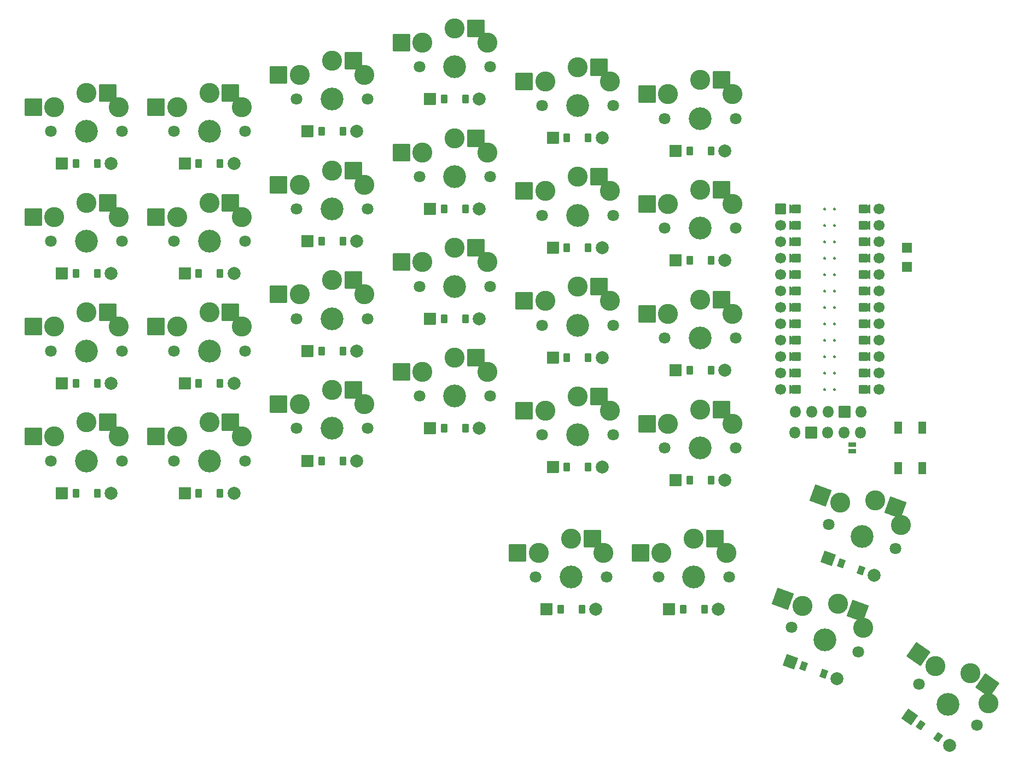
<source format=gbr>
%TF.GenerationSoftware,KiCad,Pcbnew,(6.0.9-0)*%
%TF.CreationDate,2023-01-10T21:03:57-06:00*%
%TF.ProjectId,board,626f6172-642e-46b6-9963-61645f706362,v1.0.0*%
%TF.SameCoordinates,Original*%
%TF.FileFunction,Soldermask,Top*%
%TF.FilePolarity,Negative*%
%FSLAX46Y46*%
G04 Gerber Fmt 4.6, Leading zero omitted, Abs format (unit mm)*
G04 Created by KiCad (PCBNEW (6.0.9-0)) date 2023-01-10 21:03:57*
%MOMM*%
%LPD*%
G01*
G04 APERTURE LIST*
G04 Aperture macros list*
%AMRoundRect*
0 Rectangle with rounded corners*
0 $1 Rounding radius*
0 $2 $3 $4 $5 $6 $7 $8 $9 X,Y pos of 4 corners*
0 Add a 4 corners polygon primitive as box body*
4,1,4,$2,$3,$4,$5,$6,$7,$8,$9,$2,$3,0*
0 Add four circle primitives for the rounded corners*
1,1,$1+$1,$2,$3*
1,1,$1+$1,$4,$5*
1,1,$1+$1,$6,$7*
1,1,$1+$1,$8,$9*
0 Add four rect primitives between the rounded corners*
20,1,$1+$1,$2,$3,$4,$5,0*
20,1,$1+$1,$4,$5,$6,$7,0*
20,1,$1+$1,$6,$7,$8,$9,0*
20,1,$1+$1,$8,$9,$2,$3,0*%
%AMFreePoly0*
4,1,14,0.635355,0.435355,0.650000,0.400000,0.650000,0.200000,0.635355,0.164645,0.035355,-0.435355,0.000000,-0.450000,-0.035355,-0.435355,-0.635355,0.164645,-0.650000,0.200000,-0.650000,0.400000,-0.635355,0.435355,-0.600000,0.450000,0.600000,0.450000,0.635355,0.435355,0.635355,0.435355,$1*%
%AMFreePoly1*
4,1,16,0.635355,1.035355,0.650000,1.000000,0.650000,-0.250000,0.635355,-0.285355,0.600000,-0.300000,-0.600000,-0.300000,-0.635355,-0.285355,-0.650000,-0.250000,-0.650000,1.000000,-0.635355,1.035355,-0.600000,1.050000,-0.564645,1.035355,0.000000,0.470710,0.564645,1.035355,0.600000,1.050000,0.635355,1.035355,0.635355,1.035355,$1*%
G04 Aperture macros list end*
%ADD10C,0.250000*%
%ADD11C,0.100000*%
%ADD12C,3.529000*%
%ADD13C,1.801800*%
%ADD14C,3.100000*%
%ADD15RoundRect,0.050000X-1.300000X-1.300000X1.300000X-1.300000X1.300000X1.300000X-1.300000X1.300000X0*%
%ADD16RoundRect,0.050000X-1.666227X-0.776974X0.776974X-1.666227X1.666227X0.776974X-0.776974X1.666227X0*%
%ADD17RoundRect,0.050000X-1.810547X-0.319248X0.319248X-1.810547X1.810547X0.319248X-0.319248X1.810547X0*%
%ADD18RoundRect,0.050000X-0.450000X-0.600000X0.450000X-0.600000X0.450000X0.600000X-0.450000X0.600000X0*%
%ADD19RoundRect,0.050000X-0.889000X-0.889000X0.889000X-0.889000X0.889000X0.889000X-0.889000X0.889000X0*%
%ADD20C,2.005000*%
%ADD21RoundRect,0.050000X-0.628074X-0.409907X0.217650X-0.717725X0.628074X0.409907X-0.217650X0.717725X0*%
%ADD22RoundRect,0.050000X-1.139443X-0.531331X0.531331X-1.139443X1.139443X0.531331X-0.531331X1.139443X0*%
%ADD23RoundRect,0.050000X-0.712764X-0.233382X0.024473X-0.749601X0.712764X0.233382X-0.024473X0.749601X0*%
%ADD24RoundRect,0.050000X-1.238136X-0.218317X0.218317X-1.238136X1.238136X0.218317X-0.218317X1.238136X0*%
%ADD25C,1.700000*%
%ADD26FreePoly0,90.000000*%
%ADD27FreePoly1,90.000000*%
%ADD28RoundRect,0.050000X-0.800000X0.800000X-0.800000X-0.800000X0.800000X-0.800000X0.800000X0.800000X0*%
%ADD29FreePoly1,270.000000*%
%ADD30FreePoly0,270.000000*%
%ADD31O,1.800000X1.800000*%
%ADD32RoundRect,0.050000X-0.850000X-0.850000X0.850000X-0.850000X0.850000X0.850000X-0.850000X0.850000X0*%
%ADD33RoundRect,0.050000X0.850000X0.850000X-0.850000X0.850000X-0.850000X-0.850000X0.850000X-0.850000X0*%
%ADD34RoundRect,0.050000X-0.750000X-0.750000X0.750000X-0.750000X0.750000X0.750000X-0.750000X0.750000X0*%
%ADD35RoundRect,0.050000X-0.571500X0.317500X-0.571500X-0.317500X0.571500X-0.317500X0.571500X0.317500X0*%
%ADD36RoundRect,0.050000X-0.550000X0.900000X-0.550000X-0.900000X0.550000X-0.900000X0.550000X0.900000X0*%
G04 APERTURE END LIST*
D10*
%TO.C,MCU1*%
X139128000Y-72020001D02*
G75*
G03*
X139128000Y-72020001I-125000J0D01*
G01*
X140652000Y-72020001D02*
G75*
G03*
X140652000Y-72020001I-125000J0D01*
G01*
X139128000Y-69480001D02*
G75*
G03*
X139128000Y-69480001I-125000J0D01*
G01*
X140652000Y-69480001D02*
G75*
G03*
X140652000Y-69480001I-125000J0D01*
G01*
X139128000Y-66940001D02*
G75*
G03*
X139128000Y-66940001I-125000J0D01*
G01*
X140652000Y-66940001D02*
G75*
G03*
X140652000Y-66940001I-125000J0D01*
G01*
X139128000Y-64400001D02*
G75*
G03*
X139128000Y-64400001I-125000J0D01*
G01*
X140652000Y-64400001D02*
G75*
G03*
X140652000Y-64400001I-125000J0D01*
G01*
X139128000Y-61860001D02*
G75*
G03*
X139128000Y-61860001I-125000J0D01*
G01*
X140652000Y-61860001D02*
G75*
G03*
X140652000Y-61860001I-125000J0D01*
G01*
X139128000Y-59320001D02*
G75*
G03*
X139128000Y-59320001I-125000J0D01*
G01*
X140652000Y-59320001D02*
G75*
G03*
X140652000Y-59320001I-125000J0D01*
G01*
X139128000Y-56780001D02*
G75*
G03*
X139128000Y-56780001I-125000J0D01*
G01*
X140652000Y-56780001D02*
G75*
G03*
X140652000Y-56780001I-125000J0D01*
G01*
X139128000Y-54240001D02*
G75*
G03*
X139128000Y-54240001I-125000J0D01*
G01*
X140652000Y-54240001D02*
G75*
G03*
X140652000Y-54240001I-125000J0D01*
G01*
X139128000Y-51700001D02*
G75*
G03*
X139128000Y-51700001I-125000J0D01*
G01*
X140652000Y-51700001D02*
G75*
G03*
X140652000Y-51700001I-125000J0D01*
G01*
X139128000Y-49160001D02*
G75*
G03*
X139128000Y-49160001I-125000J0D01*
G01*
X140652000Y-49160001D02*
G75*
G03*
X140652000Y-49160001I-125000J0D01*
G01*
X140652000Y-46620001D02*
G75*
G03*
X140652000Y-46620001I-125000J0D01*
G01*
X139128000Y-46620001D02*
G75*
G03*
X139128000Y-46620001I-125000J0D01*
G01*
X139128000Y-44080001D02*
G75*
G03*
X139128000Y-44080001I-125000J0D01*
G01*
X140652000Y-44080001D02*
G75*
G03*
X140652000Y-44080001I-125000J0D01*
G01*
G36*
X145861000Y-44588001D02*
G01*
X144845000Y-44588001D01*
X144845000Y-43572001D01*
X145861000Y-43572001D01*
X145861000Y-44588001D01*
G37*
D11*
X145861000Y-44588001D02*
X144845000Y-44588001D01*
X144845000Y-43572001D01*
X145861000Y-43572001D01*
X145861000Y-44588001D01*
G36*
X145861000Y-59828001D02*
G01*
X144845000Y-59828001D01*
X144845000Y-58812001D01*
X145861000Y-58812001D01*
X145861000Y-59828001D01*
G37*
X145861000Y-59828001D02*
X144845000Y-59828001D01*
X144845000Y-58812001D01*
X145861000Y-58812001D01*
X145861000Y-59828001D01*
G36*
X145861000Y-47128001D02*
G01*
X144845000Y-47128001D01*
X144845000Y-46112001D01*
X145861000Y-46112001D01*
X145861000Y-47128001D01*
G37*
X145861000Y-47128001D02*
X144845000Y-47128001D01*
X144845000Y-46112001D01*
X145861000Y-46112001D01*
X145861000Y-47128001D01*
G36*
X145861000Y-49668001D02*
G01*
X144845000Y-49668001D01*
X144845000Y-48652001D01*
X145861000Y-48652001D01*
X145861000Y-49668001D01*
G37*
X145861000Y-49668001D02*
X144845000Y-49668001D01*
X144845000Y-48652001D01*
X145861000Y-48652001D01*
X145861000Y-49668001D01*
G36*
X145861000Y-54748001D02*
G01*
X144845000Y-54748001D01*
X144845000Y-53732001D01*
X145861000Y-53732001D01*
X145861000Y-54748001D01*
G37*
X145861000Y-54748001D02*
X144845000Y-54748001D01*
X144845000Y-53732001D01*
X145861000Y-53732001D01*
X145861000Y-54748001D01*
G36*
X145861000Y-57288001D02*
G01*
X144845000Y-57288001D01*
X144845000Y-56272001D01*
X145861000Y-56272001D01*
X145861000Y-57288001D01*
G37*
X145861000Y-57288001D02*
X144845000Y-57288001D01*
X144845000Y-56272001D01*
X145861000Y-56272001D01*
X145861000Y-57288001D01*
G36*
X145861000Y-64908001D02*
G01*
X144845000Y-64908001D01*
X144845000Y-63892001D01*
X145861000Y-63892001D01*
X145861000Y-64908001D01*
G37*
X145861000Y-64908001D02*
X144845000Y-64908001D01*
X144845000Y-63892001D01*
X145861000Y-63892001D01*
X145861000Y-64908001D01*
G36*
X145861000Y-69988001D02*
G01*
X144845000Y-69988001D01*
X144845000Y-68972001D01*
X145861000Y-68972001D01*
X145861000Y-69988001D01*
G37*
X145861000Y-69988001D02*
X144845000Y-69988001D01*
X144845000Y-68972001D01*
X145861000Y-68972001D01*
X145861000Y-69988001D01*
G36*
X145861000Y-52208001D02*
G01*
X144845000Y-52208001D01*
X144845000Y-51192001D01*
X145861000Y-51192001D01*
X145861000Y-52208001D01*
G37*
X145861000Y-52208001D02*
X144845000Y-52208001D01*
X144845000Y-51192001D01*
X145861000Y-51192001D01*
X145861000Y-52208001D01*
G36*
X145861000Y-62368001D02*
G01*
X144845000Y-62368001D01*
X144845000Y-61352001D01*
X145861000Y-61352001D01*
X145861000Y-62368001D01*
G37*
X145861000Y-62368001D02*
X144845000Y-62368001D01*
X144845000Y-61352001D01*
X145861000Y-61352001D01*
X145861000Y-62368001D01*
G36*
X145861000Y-67448001D02*
G01*
X144845000Y-67448001D01*
X144845000Y-66432001D01*
X145861000Y-66432001D01*
X145861000Y-67448001D01*
G37*
X145861000Y-67448001D02*
X144845000Y-67448001D01*
X144845000Y-66432001D01*
X145861000Y-66432001D01*
X145861000Y-67448001D01*
G36*
X145861000Y-72528001D02*
G01*
X144845000Y-72528001D01*
X144845000Y-71512001D01*
X145861000Y-71512001D01*
X145861000Y-72528001D01*
G37*
X145861000Y-72528001D02*
X144845000Y-72528001D01*
X144845000Y-71512001D01*
X145861000Y-71512001D01*
X145861000Y-72528001D01*
G36*
X134685000Y-72528001D02*
G01*
X133669000Y-72528001D01*
X133669000Y-71512001D01*
X134685000Y-71512001D01*
X134685000Y-72528001D01*
G37*
X134685000Y-72528001D02*
X133669000Y-72528001D01*
X133669000Y-71512001D01*
X134685000Y-71512001D01*
X134685000Y-72528001D01*
G36*
X134685000Y-69988001D02*
G01*
X133669000Y-69988001D01*
X133669000Y-68972001D01*
X134685000Y-68972001D01*
X134685000Y-69988001D01*
G37*
X134685000Y-69988001D02*
X133669000Y-69988001D01*
X133669000Y-68972001D01*
X134685000Y-68972001D01*
X134685000Y-69988001D01*
G36*
X134685000Y-67448001D02*
G01*
X133669000Y-67448001D01*
X133669000Y-66432001D01*
X134685000Y-66432001D01*
X134685000Y-67448001D01*
G37*
X134685000Y-67448001D02*
X133669000Y-67448001D01*
X133669000Y-66432001D01*
X134685000Y-66432001D01*
X134685000Y-67448001D01*
G36*
X134685000Y-64908001D02*
G01*
X133669000Y-64908001D01*
X133669000Y-63892001D01*
X134685000Y-63892001D01*
X134685000Y-64908001D01*
G37*
X134685000Y-64908001D02*
X133669000Y-64908001D01*
X133669000Y-63892001D01*
X134685000Y-63892001D01*
X134685000Y-64908001D01*
G36*
X134685000Y-62368001D02*
G01*
X133669000Y-62368001D01*
X133669000Y-61352001D01*
X134685000Y-61352001D01*
X134685000Y-62368001D01*
G37*
X134685000Y-62368001D02*
X133669000Y-62368001D01*
X133669000Y-61352001D01*
X134685000Y-61352001D01*
X134685000Y-62368001D01*
G36*
X134685000Y-59828001D02*
G01*
X133669000Y-59828001D01*
X133669000Y-58812001D01*
X134685000Y-58812001D01*
X134685000Y-59828001D01*
G37*
X134685000Y-59828001D02*
X133669000Y-59828001D01*
X133669000Y-58812001D01*
X134685000Y-58812001D01*
X134685000Y-59828001D01*
G36*
X134685000Y-57288001D02*
G01*
X133669000Y-57288001D01*
X133669000Y-56272001D01*
X134685000Y-56272001D01*
X134685000Y-57288001D01*
G37*
X134685000Y-57288001D02*
X133669000Y-57288001D01*
X133669000Y-56272001D01*
X134685000Y-56272001D01*
X134685000Y-57288001D01*
G36*
X134685000Y-54748001D02*
G01*
X133669000Y-54748001D01*
X133669000Y-53732001D01*
X134685000Y-53732001D01*
X134685000Y-54748001D01*
G37*
X134685000Y-54748001D02*
X133669000Y-54748001D01*
X133669000Y-53732001D01*
X134685000Y-53732001D01*
X134685000Y-54748001D01*
G36*
X134685000Y-52208001D02*
G01*
X133669000Y-52208001D01*
X133669000Y-51192001D01*
X134685000Y-51192001D01*
X134685000Y-52208001D01*
G37*
X134685000Y-52208001D02*
X133669000Y-52208001D01*
X133669000Y-51192001D01*
X134685000Y-51192001D01*
X134685000Y-52208001D01*
G36*
X134685000Y-49668001D02*
G01*
X133669000Y-49668001D01*
X133669000Y-48652001D01*
X134685000Y-48652001D01*
X134685000Y-49668001D01*
G37*
X134685000Y-49668001D02*
X133669000Y-49668001D01*
X133669000Y-48652001D01*
X134685000Y-48652001D01*
X134685000Y-49668001D01*
G36*
X134685000Y-47128001D02*
G01*
X133669000Y-47128001D01*
X133669000Y-46112001D01*
X134685000Y-46112001D01*
X134685000Y-47128001D01*
G37*
X134685000Y-47128001D02*
X133669000Y-47128001D01*
X133669000Y-46112001D01*
X134685000Y-46112001D01*
X134685000Y-47128001D01*
G36*
X134685000Y-44588001D02*
G01*
X133669000Y-44588001D01*
X133669000Y-43572001D01*
X134685000Y-43572001D01*
X134685000Y-44588001D01*
G37*
X134685000Y-44588001D02*
X133669000Y-44588001D01*
X133669000Y-43572001D01*
X134685000Y-43572001D01*
X134685000Y-44588001D01*
%TD*%
D12*
%TO.C,S1*%
X24765001Y-83050001D03*
D13*
X30265001Y-83050001D03*
X19265001Y-83050001D03*
D14*
X29765001Y-79300001D03*
X24765001Y-77100001D03*
X19765001Y-79300001D03*
X24765001Y-77100001D03*
D15*
X28040001Y-77100001D03*
X16490001Y-79300001D03*
%TD*%
D12*
%TO.C,S2*%
X24765001Y-66050001D03*
D13*
X30265001Y-66050001D03*
X19265001Y-66050001D03*
D14*
X29765001Y-62300001D03*
X24765001Y-60100001D03*
X19765001Y-62300001D03*
X24765001Y-60100001D03*
D15*
X28040001Y-60100001D03*
X16490001Y-62300001D03*
%TD*%
D12*
%TO.C,S3*%
X24765000Y-49050001D03*
D13*
X30265000Y-49050001D03*
X19265000Y-49050001D03*
D14*
X29765000Y-45300001D03*
X24765000Y-43100001D03*
X19765000Y-45300001D03*
X24765000Y-43100001D03*
D15*
X28040000Y-43100001D03*
X16490000Y-45300001D03*
%TD*%
D12*
%TO.C,S4*%
X24765000Y-32050001D03*
D13*
X30265000Y-32050001D03*
X19265000Y-32050001D03*
D14*
X29765000Y-28300001D03*
X24765000Y-26100001D03*
X19765000Y-28300001D03*
X24765000Y-26100001D03*
D15*
X28040000Y-26100001D03*
X16490000Y-28300001D03*
%TD*%
D12*
%TO.C,S5*%
X43765000Y-83050001D03*
D13*
X49265000Y-83050001D03*
X38265000Y-83050001D03*
D14*
X48765000Y-79300001D03*
X43765000Y-77100001D03*
X38765000Y-79300001D03*
X43765000Y-77100001D03*
D15*
X47040000Y-77100001D03*
X35490000Y-79300001D03*
%TD*%
D12*
%TO.C,S6*%
X43765001Y-66050001D03*
D13*
X49265001Y-66050001D03*
X38265001Y-66050001D03*
D14*
X48765001Y-62300001D03*
X43765001Y-60100001D03*
X38765001Y-62300001D03*
X43765001Y-60100001D03*
D15*
X47040001Y-60100001D03*
X35490001Y-62300001D03*
%TD*%
D12*
%TO.C,S7*%
X43765000Y-49050002D03*
D13*
X49265000Y-49050002D03*
X38265000Y-49050002D03*
D14*
X48765000Y-45300002D03*
X43765000Y-43100002D03*
X38765000Y-45300002D03*
X43765000Y-43100002D03*
D15*
X47040000Y-43100002D03*
X35490000Y-45300002D03*
%TD*%
D12*
%TO.C,S8*%
X43765000Y-32050002D03*
D13*
X49265000Y-32050002D03*
X38265000Y-32050002D03*
D14*
X48765000Y-28300002D03*
X43765000Y-26100002D03*
X38765000Y-28300002D03*
X43765000Y-26100002D03*
D15*
X47040000Y-26100002D03*
X35490000Y-28300002D03*
%TD*%
D12*
%TO.C,S9*%
X62765000Y-78050001D03*
D13*
X68265000Y-78050001D03*
X57265000Y-78050001D03*
D14*
X67765000Y-74300001D03*
X62765000Y-72100001D03*
X57765000Y-74300001D03*
X62765000Y-72100001D03*
D15*
X66040000Y-72100001D03*
X54490000Y-74300001D03*
%TD*%
D12*
%TO.C,S10*%
X62765000Y-61050000D03*
D13*
X68265000Y-61050000D03*
X57265000Y-61050000D03*
D14*
X67765000Y-57300000D03*
X62765000Y-55100000D03*
X57765000Y-57300000D03*
X62765000Y-55100000D03*
D15*
X66040000Y-55100000D03*
X54490000Y-57300000D03*
%TD*%
D12*
%TO.C,S11*%
X62765000Y-44050000D03*
D13*
X68265000Y-44050000D03*
X57265000Y-44050000D03*
D14*
X67765000Y-40300000D03*
X62765000Y-38100000D03*
X57765000Y-40300000D03*
X62765000Y-38100000D03*
D15*
X66040000Y-38100000D03*
X54490000Y-40300000D03*
%TD*%
D12*
%TO.C,S12*%
X62765000Y-27050001D03*
D13*
X68265000Y-27050001D03*
X57265000Y-27050001D03*
D14*
X67765000Y-23300001D03*
X62765000Y-21100001D03*
X57765000Y-23300001D03*
X62765000Y-21100001D03*
D15*
X66040000Y-21100001D03*
X54490000Y-23300001D03*
%TD*%
D12*
%TO.C,S13*%
X81765001Y-73050001D03*
D13*
X87265001Y-73050001D03*
X76265001Y-73050001D03*
D14*
X86765001Y-69300001D03*
X81765001Y-67100001D03*
X76765001Y-69300001D03*
X81765001Y-67100001D03*
D15*
X85040001Y-67100001D03*
X73490001Y-69300001D03*
%TD*%
D12*
%TO.C,S14*%
X81765000Y-56050001D03*
D13*
X87265000Y-56050001D03*
X76265000Y-56050001D03*
D14*
X86765000Y-52300001D03*
X81765000Y-50100001D03*
X76765000Y-52300001D03*
X81765000Y-50100001D03*
D15*
X85040000Y-50100001D03*
X73490000Y-52300001D03*
%TD*%
D12*
%TO.C,S15*%
X81765000Y-39050001D03*
D13*
X87265000Y-39050001D03*
X76265000Y-39050001D03*
D14*
X86765000Y-35300001D03*
X81765000Y-33100001D03*
X76765000Y-35300001D03*
X81765000Y-33100001D03*
D15*
X85040000Y-33100001D03*
X73490000Y-35300001D03*
%TD*%
D12*
%TO.C,S16*%
X81764999Y-22050001D03*
D13*
X87264999Y-22050001D03*
X76264999Y-22050001D03*
D14*
X86764999Y-18300001D03*
X81764999Y-16100001D03*
X76764999Y-18300001D03*
X81764999Y-16100001D03*
D15*
X85039999Y-16100001D03*
X73489999Y-18300001D03*
%TD*%
D12*
%TO.C,S17*%
X100765000Y-79050000D03*
D13*
X106265000Y-79050000D03*
X95265000Y-79050000D03*
D14*
X105765000Y-75300000D03*
X100765000Y-73100000D03*
X95765000Y-75300000D03*
X100765000Y-73100000D03*
D15*
X104040000Y-73100000D03*
X92490000Y-75300000D03*
%TD*%
D12*
%TO.C,S18*%
X100765001Y-62050000D03*
D13*
X106265001Y-62050000D03*
X95265001Y-62050000D03*
D14*
X105765001Y-58300000D03*
X100765001Y-56100000D03*
X95765001Y-58300000D03*
X100765001Y-56100000D03*
D15*
X104040001Y-56100000D03*
X92490001Y-58300000D03*
%TD*%
D12*
%TO.C,S19*%
X100765000Y-45050000D03*
D13*
X106265000Y-45050000D03*
X95265000Y-45050000D03*
D14*
X105765000Y-41300000D03*
X100765000Y-39100000D03*
X95765000Y-41300000D03*
X100765000Y-39100000D03*
D15*
X104040000Y-39100000D03*
X92490000Y-41300000D03*
%TD*%
D12*
%TO.C,S20*%
X100765000Y-28050001D03*
D13*
X106265000Y-28050001D03*
X95265000Y-28050001D03*
D14*
X105765000Y-24300001D03*
X100765000Y-22100001D03*
X95765000Y-24300001D03*
X100765000Y-22100001D03*
D15*
X104040000Y-22100001D03*
X92490000Y-24300001D03*
%TD*%
D12*
%TO.C,S21*%
X119765001Y-81050001D03*
D13*
X125265001Y-81050001D03*
X114265001Y-81050001D03*
D14*
X124765001Y-77300001D03*
X119765001Y-75100001D03*
X114765001Y-77300001D03*
X119765001Y-75100001D03*
D15*
X123040001Y-75100001D03*
X111490001Y-77300001D03*
%TD*%
D12*
%TO.C,S22*%
X119765000Y-64050002D03*
D13*
X125265000Y-64050002D03*
X114265000Y-64050002D03*
D14*
X124765000Y-60300002D03*
X119765000Y-58100002D03*
X114765000Y-60300002D03*
X119765000Y-58100002D03*
D15*
X123040000Y-58100002D03*
X111490000Y-60300002D03*
%TD*%
D12*
%TO.C,S23*%
X119764999Y-47050001D03*
D13*
X125264999Y-47050001D03*
X114264999Y-47050001D03*
D14*
X124764999Y-43300001D03*
X119764999Y-41100001D03*
X114764999Y-43300001D03*
X119764999Y-41100001D03*
D15*
X123039999Y-41100001D03*
X111489999Y-43300001D03*
%TD*%
D12*
%TO.C,S24*%
X119765001Y-30050000D03*
D13*
X125265001Y-30050000D03*
X114265001Y-30050000D03*
D14*
X124765001Y-26300000D03*
X119765001Y-24100000D03*
X114765001Y-26300000D03*
X119765001Y-24100000D03*
D15*
X123040001Y-24100000D03*
X111490001Y-26300000D03*
%TD*%
D12*
%TO.C,S25*%
X99765000Y-101050001D03*
D13*
X105265000Y-101050001D03*
X94265000Y-101050001D03*
D14*
X104765000Y-97300001D03*
X99765000Y-95100001D03*
X94765000Y-97300001D03*
X99765000Y-95100001D03*
D15*
X103040000Y-95100001D03*
X91490000Y-97300001D03*
%TD*%
D12*
%TO.C,S26*%
X118765000Y-101050001D03*
D13*
X124265000Y-101050001D03*
X113265000Y-101050001D03*
D14*
X123765000Y-97300001D03*
X118765000Y-95100001D03*
X113765000Y-97300001D03*
X118765000Y-95100001D03*
D15*
X122040000Y-95100001D03*
X110490000Y-97300001D03*
%TD*%
D12*
%TO.C,S27*%
X139010434Y-110747180D03*
D13*
X144178743Y-112628291D03*
X133842125Y-108866069D03*
D14*
X144991473Y-108933433D03*
X141045454Y-105156009D03*
X135594546Y-105513232D03*
X141045454Y-105156009D03*
D16*
X144122947Y-106276125D03*
X132517053Y-104393116D03*
%TD*%
D12*
%TO.C,S28*%
X144824776Y-94772405D03*
D13*
X149993085Y-96653516D03*
X139656467Y-92891294D03*
D14*
X150805815Y-92958658D03*
X146859796Y-89181234D03*
X141408888Y-89538457D03*
X146859796Y-89181234D03*
D16*
X149937289Y-90301350D03*
X138331395Y-88418341D03*
%TD*%
D12*
%TO.C,S29*%
X158116069Y-120803308D03*
D13*
X162621405Y-123957978D03*
X153610733Y-117648638D03*
D14*
X164362741Y-120599370D03*
X161528849Y-115929353D03*
X156171220Y-114863606D03*
X161528849Y-115929353D03*
D17*
X164211572Y-117807816D03*
X153488497Y-112985143D03*
%TD*%
D18*
%TO.C,D1*%
X23115000Y-88050001D03*
X26415000Y-88050001D03*
D19*
X20955000Y-88050001D03*
D20*
X28575000Y-88050001D03*
%TD*%
D18*
%TO.C,D2*%
X23115001Y-71050000D03*
X26415001Y-71050000D03*
D19*
X20955001Y-71050000D03*
D20*
X28575001Y-71050000D03*
%TD*%
D18*
%TO.C,D3*%
X23114999Y-54050001D03*
X26414999Y-54050001D03*
D19*
X20954999Y-54050001D03*
D20*
X28574999Y-54050001D03*
%TD*%
D18*
%TO.C,D4*%
X23115000Y-37050001D03*
X26415000Y-37050001D03*
D19*
X20955000Y-37050001D03*
D20*
X28575000Y-37050001D03*
%TD*%
D18*
%TO.C,D5*%
X42115001Y-88050001D03*
X45415001Y-88050001D03*
D19*
X39955001Y-88050001D03*
D20*
X47575001Y-88050001D03*
%TD*%
D18*
%TO.C,D6*%
X42115000Y-71050001D03*
X45415000Y-71050001D03*
D19*
X39955000Y-71050001D03*
D20*
X47575000Y-71050001D03*
%TD*%
D18*
%TO.C,D7*%
X42115000Y-54050000D03*
X45415000Y-54050000D03*
D19*
X39955000Y-54050000D03*
D20*
X47575000Y-54050000D03*
%TD*%
D18*
%TO.C,D8*%
X42115000Y-37050000D03*
X45415000Y-37050000D03*
D19*
X39955000Y-37050000D03*
D20*
X47575000Y-37050000D03*
%TD*%
D18*
%TO.C,D9*%
X61115000Y-83050002D03*
X64415000Y-83050002D03*
D19*
X58955000Y-83050002D03*
D20*
X66575000Y-83050002D03*
%TD*%
D18*
%TO.C,D10*%
X61115000Y-66050002D03*
X64415000Y-66050002D03*
D19*
X58955000Y-66050002D03*
D20*
X66575000Y-66050002D03*
%TD*%
D18*
%TO.C,D11*%
X61115000Y-49050002D03*
X64415000Y-49050002D03*
D19*
X58955000Y-49050002D03*
D20*
X66575000Y-49050002D03*
%TD*%
D18*
%TO.C,D12*%
X61115000Y-32050000D03*
X64415000Y-32050000D03*
D19*
X58955000Y-32050000D03*
D20*
X66575000Y-32050000D03*
%TD*%
D18*
%TO.C,D13*%
X80115000Y-78050000D03*
X83415000Y-78050000D03*
D19*
X77955000Y-78050000D03*
D20*
X85575000Y-78050000D03*
%TD*%
D18*
%TO.C,D14*%
X80114999Y-61050001D03*
X83414999Y-61050001D03*
D19*
X77954999Y-61050001D03*
D20*
X85574999Y-61050001D03*
%TD*%
D18*
%TO.C,D15*%
X80115001Y-44050000D03*
X83415001Y-44050000D03*
D19*
X77955001Y-44050000D03*
D20*
X85575001Y-44050000D03*
%TD*%
D18*
%TO.C,D16*%
X80115001Y-27050000D03*
X83415001Y-27050000D03*
D19*
X77955001Y-27050000D03*
D20*
X85575001Y-27050000D03*
%TD*%
D18*
%TO.C,D17*%
X99115000Y-84050000D03*
X102415000Y-84050000D03*
D19*
X96955000Y-84050000D03*
D20*
X104575000Y-84050000D03*
%TD*%
D18*
%TO.C,D18*%
X99115001Y-67050001D03*
X102415001Y-67050001D03*
D19*
X96955001Y-67050001D03*
D20*
X104575001Y-67050001D03*
%TD*%
D18*
%TO.C,D19*%
X99114999Y-50050001D03*
X102414999Y-50050001D03*
D19*
X96954999Y-50050001D03*
D20*
X104574999Y-50050001D03*
%TD*%
D18*
%TO.C,D20*%
X99115000Y-33050001D03*
X102415000Y-33050001D03*
D19*
X96955000Y-33050001D03*
D20*
X104575000Y-33050001D03*
%TD*%
D18*
%TO.C,D21*%
X118114999Y-86050002D03*
X121414999Y-86050002D03*
D19*
X115954999Y-86050002D03*
D20*
X123574999Y-86050002D03*
%TD*%
D18*
%TO.C,D22*%
X118115000Y-69050001D03*
X121415000Y-69050001D03*
D19*
X115955000Y-69050001D03*
D20*
X123575000Y-69050001D03*
%TD*%
D18*
%TO.C,D23*%
X118115000Y-52050000D03*
X121415000Y-52050000D03*
D19*
X115955000Y-52050000D03*
D20*
X123575000Y-52050000D03*
%TD*%
D18*
%TO.C,D24*%
X118115000Y-35050000D03*
X121415000Y-35050000D03*
D19*
X115955000Y-35050000D03*
D20*
X123575000Y-35050000D03*
%TD*%
D18*
%TO.C,D25*%
X98115000Y-106050000D03*
X101415000Y-106050000D03*
D19*
X95955000Y-106050000D03*
D20*
X103575000Y-106050000D03*
%TD*%
D18*
%TO.C,D26*%
X117115001Y-106050000D03*
X120415001Y-106050000D03*
D19*
X114955001Y-106050000D03*
D20*
X122575001Y-106050000D03*
%TD*%
D21*
%TO.C,D27*%
X135749840Y-114881311D03*
X138850826Y-116009977D03*
D22*
X133720104Y-114142547D03*
D20*
X140880562Y-116748741D03*
%TD*%
D21*
%TO.C,D28*%
X141564183Y-98906536D03*
X144665169Y-100035202D03*
D22*
X139534447Y-98167772D03*
D20*
X146694905Y-100773966D03*
%TD*%
D23*
%TO.C,D29*%
X153896586Y-123952667D03*
X156599788Y-125845469D03*
D24*
X152127218Y-122713742D03*
D20*
X158369156Y-127084394D03*
%TD*%
D25*
%TO.C,MCU1*%
X132145000Y-44080001D03*
X132145000Y-46620001D03*
X132145000Y-49160001D03*
X132145000Y-51700001D03*
X132145000Y-54240001D03*
X132145000Y-56780001D03*
X132145000Y-59320001D03*
X132145000Y-61860001D03*
X132145000Y-64400001D03*
X132145000Y-66940001D03*
X132145000Y-69480001D03*
X132145000Y-72020001D03*
X147385000Y-72020001D03*
X147385000Y-69480001D03*
X147385000Y-66940001D03*
X147385000Y-64400001D03*
X147385000Y-61860001D03*
X147385000Y-59320001D03*
X147385000Y-56780001D03*
X147385000Y-54240001D03*
X147385000Y-51700001D03*
X147385000Y-49160001D03*
X147385000Y-46620001D03*
X147385000Y-44080001D03*
D26*
X133923000Y-44080001D03*
D27*
X134939000Y-44080001D03*
D28*
X132145000Y-44080001D03*
D26*
X133923000Y-46620001D03*
D27*
X134939000Y-46620001D03*
D26*
X133923000Y-49160001D03*
D27*
X134939000Y-49160001D03*
D26*
X133923000Y-51700001D03*
D27*
X134939000Y-51700001D03*
D26*
X133923000Y-54240001D03*
D27*
X134939000Y-54240001D03*
D26*
X133923000Y-56780001D03*
D27*
X134939000Y-56780001D03*
D26*
X133923000Y-59320001D03*
D27*
X134939000Y-59320001D03*
D26*
X133923000Y-61860001D03*
D27*
X134939000Y-61860001D03*
D26*
X133923000Y-64400001D03*
D27*
X134939000Y-64400001D03*
D26*
X133923000Y-66940001D03*
D27*
X134939000Y-66940001D03*
D26*
X133923000Y-69480001D03*
D27*
X134939000Y-69480001D03*
D26*
X133923000Y-72020001D03*
D27*
X134939000Y-72020001D03*
D29*
X144591000Y-44080001D03*
X144591000Y-49160001D03*
D30*
X145607000Y-49160001D03*
X145607000Y-44080001D03*
D29*
X144591000Y-46620001D03*
X144591000Y-51700001D03*
D30*
X145607000Y-46620001D03*
X145607000Y-51700001D03*
D29*
X144591000Y-56780001D03*
X144591000Y-59320001D03*
D30*
X145607000Y-59320001D03*
D29*
X144591000Y-61860001D03*
X144591000Y-72020001D03*
D30*
X145607000Y-61860001D03*
X145607000Y-72020001D03*
D29*
X144591000Y-64400001D03*
D30*
X145607000Y-54240001D03*
X145607000Y-56780001D03*
X145607000Y-64400001D03*
D29*
X144591000Y-66940001D03*
D30*
X145607000Y-66940001D03*
X145607000Y-69480001D03*
D29*
X144591000Y-69480001D03*
X144591000Y-54240001D03*
%TD*%
D31*
%TO.C,OLED1*%
X134445000Y-75450001D03*
X136985000Y-75450001D03*
X139525000Y-75450001D03*
D32*
X142065000Y-75450001D03*
D31*
X144605000Y-75450001D03*
%TD*%
%TO.C,OLED2*%
X144585000Y-78650000D03*
X142045000Y-78650000D03*
X139505000Y-78650000D03*
D33*
X136965000Y-78650000D03*
D31*
X134425000Y-78650000D03*
%TD*%
D34*
%TO.C,PAD1*%
X151765000Y-53050002D03*
%TD*%
%TO.C,PAD2*%
X151765000Y-50050001D03*
%TD*%
D35*
%TO.C,J2*%
X143265000Y-80549621D03*
X143265000Y-81550381D03*
%TD*%
D36*
%TO.C,B1*%
X154115001Y-77950001D03*
X154115001Y-84150001D03*
X150415001Y-77950001D03*
X150415001Y-84150001D03*
%TD*%
M02*

</source>
